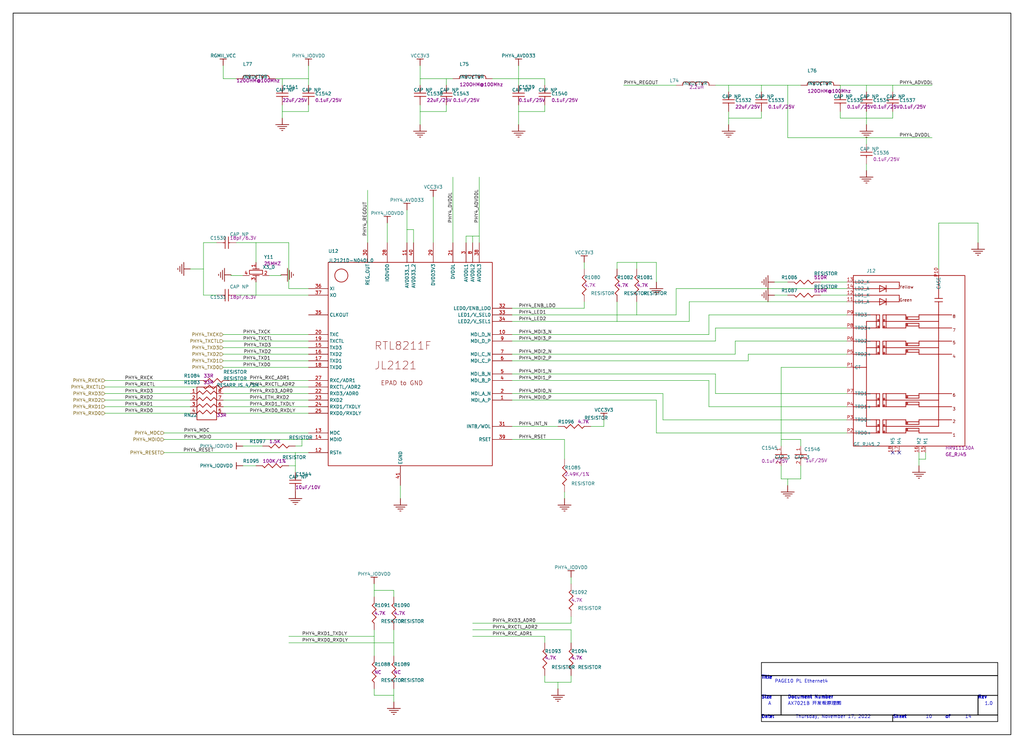
<source format=kicad_sch>
(kicad_sch (version 20231120) (generator "eeschema") (generator_version "8.0")
  (paper "User" 396.24 289.56)
  (title_block (title "PAGE10 PL Ethernet4"))
  (no_connect (at 345.44 175.26))
  (no_connect (at 347.98 175.26))
  (wire (pts (xy 152.4 228.6) (xy 144.78 228.6)))
  (wire (pts (xy 289.56 137.16) (xy 289.56 139.7)))
  (wire (pts (xy 152.4 231.14) (xy 152.4 228.6)))
  (wire (pts (xy 254 101.6) (xy 254 109.22)))
  (wire (pts (xy 238.76 124.46) (xy 238.76 116.84)))
  (wire (pts (xy 180.34 93.98) (xy 180.34 91.44)))
  (wire (pts (xy 78.74 93.98) (xy 78.74 104.14)))
  (wire (pts (xy 91.44 30.48) (xy 86.36 30.48)))
  (wire (pts (xy 309.88 33.02) (xy 304.8 33.02)))
  (wire (pts (xy 160.02 93.98) (xy 160.02 88.9)))
  (wire (pts (xy 86.36 137.16) (xy 119.38 137.16)))
  (wire (pts (xy 152.4 248.92) (xy 152.4 243.84)))
  (wire (pts (xy 93.98 106.68) (xy 89.408 106.68)))
  (wire (pts (xy 294.64 43.18) (xy 294.64 45.72)))
  (wire (pts (xy 220.98 238.76) (xy 220.98 241.3)))
  (wire (pts (xy 218.44 177.8) (xy 218.44 170.18)))
  (wire (pts (xy 335.28 53.34) (xy 360.68 53.34)))
  (wire (pts (xy 40.64 154.94) (xy 73.66 154.94)))
  (wire (pts (xy 254 167.64) (xy 254 154.94)))
  (wire (pts (xy 274.32 121.92) (xy 274.32 129.54)))
  (wire (pts (xy 40.64 147.32) (xy 76.2 147.32)))
  (wire (pts (xy 152.4 254) (xy 152.4 248.92)))
  (wire (pts (xy 276.86 127) (xy 276.86 132.08)))
  (wire (pts (xy 109.22 43.18) (xy 109.22 40.64)))
  (wire (pts (xy 88.9 147.32) (xy 119.38 147.32)))
  (wire (pts (xy 63.5 175.26) (xy 114.3 175.26)))
  (wire (pts (xy 99.06 93.98) (xy 99.06 101.6)))
  (wire (pts (xy 116.84 170.18) (xy 119.38 170.18)))
  (wire (pts (xy 99.06 114.3) (xy 91.44 114.3)))
  (wire (pts (xy 220.98 226.06) (xy 220.98 223.52)))
  (wire (pts (xy 198.12 152.4) (xy 256.54 152.4)))
  (wire (pts (xy 119.38 43.18) (xy 109.22 43.18)))
  (wire (pts (xy 327.66 116.84) (xy 266.7 116.84)))
  (wire (pts (xy 233.68 165.1) (xy 233.68 162.56)))
  (wire (pts (xy 304.8 114.3) (xy 299.72 114.3)))
  (wire (pts (xy 162.56 30.48) (xy 172.72 30.48)))
  (wire (pts (xy 86.36 142.24) (xy 119.38 142.24)))
  (wire (pts (xy 198.12 154.94) (xy 254 154.94)))
  (wire (pts (xy 172.72 40.64) (xy 172.72 43.18)))
  (wire (pts (xy 327.66 132.08) (xy 284.48 132.08)))
  (wire (pts (xy 40.64 160.02) (xy 73.66 160.02)))
  (wire (pts (xy 302.26 185.42) (xy 302.26 180.34)))
  (wire (pts (xy 119.38 114.3) (xy 99.06 114.3)))
  (wire (pts (xy 119.38 40.64) (xy 119.38 43.18)))
  (wire (pts (xy 86.36 134.62) (xy 119.38 134.62)))
  (wire (pts (xy 40.64 157.48) (xy 73.66 157.48)))
  (wire (pts (xy 215.9 266.7) (xy 215.9 264.16)))
  (wire (pts (xy 294.64 35.56) (xy 294.64 33.02)))
  (wire (pts (xy 302.26 170.18) (xy 302.26 142.24)))
  (wire (pts (xy 144.78 269.24) (xy 152.4 269.24)))
  (wire (pts (xy 220.98 264.16) (xy 215.9 264.16)))
  (wire (pts (xy 274.32 157.48) (xy 274.32 147.32)))
  (wire (pts (xy 180.34 91.44) (xy 182.88 91.44)))
  (wire (pts (xy 86.36 157.48) (xy 119.38 157.48)))
  (wire (pts (xy 327.66 121.92) (xy 274.32 121.92)))
  (wire (pts (xy 111.76 248.92) (xy 152.4 248.92)))
  (wire (pts (xy 327.66 137.16) (xy 289.56 137.16)))
  (wire (pts (xy 302.26 142.24) (xy 327.66 142.24)))
  (wire (pts (xy 200.66 33.02) (xy 200.66 30.48)))
  (wire (pts (xy 345.44 33.02) (xy 360.68 33.02)))
  (wire (pts (xy 261.62 121.92) (xy 246.38 121.92)))
  (wire (pts (xy 228.6 165.1) (xy 233.68 165.1)))
  (wire (pts (xy 335.28 48.26) (xy 335.28 45.72)))
  (wire (pts (xy 162.56 30.48) (xy 162.56 25.4)))
  (wire (pts (xy 40.64 152.4) (xy 73.66 152.4)))
  (wire (pts (xy 363.22 104.14) (xy 363.22 86.36)))
  (wire (pts (xy 109.22 30.48) (xy 106.68 30.48)))
  (wire (pts (xy 144.78 266.7) (xy 144.78 269.24)))
  (wire (pts (xy 220.98 261.62) (xy 220.98 264.16)))
  (wire (pts (xy 200.66 43.18) (xy 210.82 43.18)))
  (wire (pts (xy 144.78 246.38) (xy 144.78 243.84)))
  (wire (pts (xy 162.56 43.18) (xy 162.56 40.64)))
  (wire (pts (xy 182.88 243.84) (xy 220.98 243.84)))
  (wire (pts (xy 266.7 124.46) (xy 238.76 124.46)))
  (wire (pts (xy 335.28 55.88) (xy 335.28 53.34)))
  (wire (pts (xy 111.76 111.76) (xy 111.76 93.98)))
  (wire (pts (xy 325.12 33.02) (xy 325.12 35.56)))
  (wire (pts (xy 83.82 93.98) (xy 78.74 93.98)))
  (wire (pts (xy 109.22 30.48) (xy 119.38 30.48)))
  (wire (pts (xy 363.22 86.36) (xy 378.46 86.36)))
  (wire (pts (xy 378.46 86.36) (xy 378.46 93.98)))
  (wire (pts (xy 63.5 170.18) (xy 116.84 170.18)))
  (wire (pts (xy 86.36 30.48) (xy 86.36 25.4)))
  (wire (pts (xy 154.94 193.04) (xy 154.94 187.96)))
  (wire (pts (xy 281.94 48.26) (xy 281.94 45.72)))
  (wire (pts (xy 111.76 180.34) (xy 114.3 180.34)))
  (wire (pts (xy 220.98 248.92) (xy 220.98 243.84)))
  (wire (pts (xy 86.36 129.54) (xy 119.38 129.54)))
  (wire (pts (xy 198.12 165.1) (xy 215.9 165.1)))
  (wire (pts (xy 210.82 248.92) (xy 210.82 246.38)))
  (wire (pts (xy 325.12 43.18) (xy 325.12 45.72)))
  (wire (pts (xy 144.78 254) (xy 144.78 246.38)))
  (wire (pts (xy 172.72 30.48) (xy 172.72 33.02)))
  (wire (pts (xy 335.28 33.02) (xy 325.12 33.02)))
  (wire (pts (xy 261.62 111.76) (xy 261.62 121.92)))
  (wire (pts (xy 109.22 33.02) (xy 109.22 30.48)))
  (wire (pts (xy 111.76 246.38) (xy 144.78 246.38)))
  (wire (pts (xy 304.8 187.96) (xy 304.8 185.42)))
  (wire (pts (xy 157.48 88.9) (xy 157.48 81.28)))
  (wire (pts (xy 119.38 30.48) (xy 119.38 25.4)))
  (wire (pts (xy 198.12 132.08) (xy 276.86 132.08)))
  (wire (pts (xy 246.38 104.14) (xy 246.38 101.6)))
  (wire (pts (xy 327.66 157.48) (xy 274.32 157.48)))
  (wire (pts (xy 198.12 137.16) (xy 284.48 137.16)))
  (wire (pts (xy 218.44 193.04) (xy 218.44 190.5)))
  (wire (pts (xy 304.8 185.42) (xy 302.26 185.42)))
  (wire (pts (xy 335.28 45.72) (xy 345.44 45.72)))
  (wire (pts (xy 108.712 106.68) (xy 108.712 106.426)))
  (wire (pts (xy 185.42 91.44) (xy 185.42 93.98)))
  (wire (pts (xy 114.3 180.34) (xy 114.3 175.26)))
  (wire (pts (xy 327.66 152.4) (xy 276.86 152.4)))
  (wire (pts (xy 325.12 45.72) (xy 335.28 45.72)))
  (wire (pts (xy 149.86 93.98) (xy 149.86 86.36)))
  (wire (pts (xy 261.62 33.02) (xy 241.3 33.02)))
  (wire (pts (xy 175.26 68.58) (xy 175.26 93.98)))
  (wire (pts (xy 99.06 180.34) (xy 93.98 180.34)))
  (wire (pts (xy 309.88 180.34) (xy 309.88 185.42)))
  (wire (pts (xy 309.88 170.18) (xy 302.26 170.18)))
  (wire (pts (xy 160.02 88.9) (xy 157.48 88.9)))
  (wire (pts (xy 246.38 121.92) (xy 246.38 116.84)))
  (wire (pts (xy 78.74 104.14) (xy 73.66 104.14)))
  (wire (pts (xy 226.06 116.84) (xy 226.06 119.38)))
  (wire (pts (xy 200.66 48.26) (xy 200.66 43.18)))
  (wire (pts (xy 345.44 35.56) (xy 345.44 33.02)))
  (wire (pts (xy 86.36 160.02) (xy 119.38 160.02)))
  (wire (pts (xy 88.9 149.86) (xy 119.38 149.86)))
  (wire (pts (xy 335.28 53.34) (xy 304.8 53.34)))
  (wire (pts (xy 78.74 114.3) (xy 78.74 104.14)))
  (wire (pts (xy 210.82 33.02) (xy 210.82 30.48)))
  (wire (pts (xy 182.88 241.3) (xy 220.98 241.3)))
  (wire (pts (xy 198.12 119.38) (xy 226.06 119.38)))
  (wire (pts (xy 309.88 185.42) (xy 304.8 185.42)))
  (wire (pts (xy 86.36 132.08) (xy 119.38 132.08)))
  (wire (pts (xy 210.82 43.18) (xy 210.82 40.64)))
  (wire (pts (xy 119.38 111.76) (xy 111.76 111.76)))
  (wire (pts (xy 200.66 43.18) (xy 200.66 40.64)))
  (wire (pts (xy 157.48 93.98) (xy 157.48 88.9)))
  (wire (pts (xy 99.06 93.98) (xy 91.44 93.98)))
  (wire (pts (xy 152.4 271.78) (xy 152.4 269.24)))
  (wire (pts (xy 198.12 139.7) (xy 289.56 139.7)))
  (wire (pts (xy 101.6 172.72) (xy 93.98 172.72)))
  (wire (pts (xy 182.88 246.38) (xy 210.82 246.38)))
  (wire (pts (xy 302.26 172.72) (xy 302.26 170.18)))
  (wire (pts (xy 162.56 48.26) (xy 162.56 43.18)))
  (wire (pts (xy 238.76 104.14) (xy 238.76 101.6)))
  (wire (pts (xy 119.38 175.26) (xy 114.3 175.26)))
  (wire (pts (xy 162.56 33.02) (xy 162.56 30.48)))
  (wire (pts (xy 182.88 91.44) (xy 185.42 91.44)))
  (wire (pts (xy 210.82 264.16) (xy 210.82 261.62)))
  (wire (pts (xy 167.64 93.98) (xy 167.64 76.2)))
  (wire (pts (xy 294.64 33.02) (xy 281.94 33.02)))
  (wire (pts (xy 335.28 45.72) (xy 335.28 43.18)))
  (wire (pts (xy 327.66 162.56) (xy 256.54 162.56)))
  (wire (pts (xy 114.3 182.88) (xy 114.3 180.34)))
  (wire (pts (xy 198.12 129.54) (xy 274.32 129.54)))
  (wire (pts (xy 86.36 154.94) (xy 119.38 154.94)))
  (wire (pts (xy 198.12 147.32) (xy 274.32 147.32)))
  (wire (pts (xy 83.82 114.3) (xy 78.74 114.3)))
  (wire (pts (xy 198.12 124.46) (xy 238.76 124.46)))
  (wire (pts (xy 327.66 167.64) (xy 254 167.64)))
  (wire (pts (xy 345.44 45.72) (xy 345.44 43.18)))
  (wire (pts (xy 144.78 228.6) (xy 144.78 226.06)))
  (wire (pts (xy 281.94 35.56) (xy 281.94 33.02)))
  (wire (pts (xy 63.5 167.64) (xy 119.38 167.64)))
  (wire (pts (xy 294.64 45.72) (xy 281.94 45.72)))
  (wire (pts (xy 109.22 45.72) (xy 109.22 43.18)))
  (wire (pts (xy 200.66 30.48) (xy 190.5 30.48)))
  (wire (pts (xy 327.66 109.22) (xy 317.5 109.22)))
  (wire (pts (xy 175.26 30.48) (xy 172.72 30.48)))
  (wire (pts (xy 345.44 33.02) (xy 335.28 33.02)))
  (wire (pts (xy 246.38 101.6) (xy 254 101.6)))
  (wire (pts (xy 86.36 139.7) (xy 119.38 139.7)))
  (wire (pts (xy 99.06 114.3) (xy 99.06 109.22)))
  (wire (pts (xy 198.12 121.92) (xy 246.38 121.92)))
  (wire (pts (xy 309.88 172.72) (xy 309.88 170.18)))
  (wire (pts (xy 335.28 66.04) (xy 335.28 63.5)))
  (wire (pts (xy 144.78 231.14) (xy 144.78 228.6)))
  (wire (pts (xy 198.12 170.18) (xy 218.44 170.18)))
  (wire (pts (xy 185.42 68.58) (xy 185.42 91.44)))
  (wire (pts (xy 358.14 177.8) (xy 358.14 175.26)))
  (wire (pts (xy 111.76 93.98) (xy 99.06 93.98)))
  (wire (pts (xy 266.7 116.84) (xy 266.7 124.46)))
  (wire (pts (xy 215.9 264.16) (xy 210.82 264.16)))
  (wire (pts (xy 284.48 132.08) (xy 284.48 137.16)))
  (wire (pts (xy 304.8 33.02) (xy 294.64 33.02)))
  (wire (pts (xy 198.12 144.78) (xy 276.86 144.78)))
  (wire (pts (xy 116.84 172.72) (xy 116.84 170.18)))
  (wire (pts (xy 327.66 114.3) (xy 317.5 114.3)))
  (wire (pts (xy 304.8 53.34) (xy 304.8 33.02)))
  (wire (pts (xy 304.8 109.22) (xy 299.72 109.22)))
  (wire (pts (xy 119.38 30.48) (xy 119.38 33.02)))
  (wire (pts (xy 200.66 30.48) (xy 200.66 25.4)))
  (wire (pts (xy 355.6 177.8) (xy 355.6 175.26)))
  (wire (pts (xy 104.14 106.68) (xy 108.712 106.68)))
  (wire (pts (xy 142.24 73.66) (xy 142.24 93.98)))
  (wire (pts (xy 327.66 127) (xy 276.86 127)))
  (wire (pts (xy 40.64 149.86) (xy 76.2 149.86)))
  (wire (pts (xy 226.06 104.14) (xy 226.06 101.6)))
  (wire (pts (xy 89.408 106.68) (xy 89.408 106.426)))
  (wire (pts (xy 327.66 111.76) (xy 261.62 111.76)))
  (wire (pts (xy 152.4 269.24) (xy 152.4 266.7)))
  (wire (pts (xy 182.88 93.98) (xy 182.88 91.44)))
  (wire (pts (xy 238.76 101.6) (xy 246.38 101.6)))
  (wire (pts (xy 335.28 33.02) (xy 335.28 35.56)))
  (wire (pts (xy 276.86 152.4) (xy 276.86 144.78)))
  (wire (pts (xy 256.54 162.56) (xy 256.54 152.4)))
  (wire (pts (xy 281.94 45.72) (xy 281.94 43.18)))
  (wire (pts (xy 210.82 30.48) (xy 200.66 30.48)))
  (wire (pts (xy 86.36 152.4) (xy 119.38 152.4)))
  (wire (pts (xy 172.72 43.18) (xy 162.56 43.18)))
  (wire (pts (xy 355.6 180.34) (xy 355.6 177.8)))
  (wire (pts (xy 281.94 33.02) (xy 276.86 33.02)))
  (wire (pts (xy 114.3 172.72) (xy 116.84 172.72)))
  (wire (pts (xy 355.6 177.8) (xy 358.14 177.8)))
  (rectangle (start 386.08 276.86) (end 345.44 279.4) (stroke (width 0.254) (color 0 0 0 1)))
  (rectangle (start 391.16 5.08) (end 5.08 284.48) (stroke (width 0.254) (color 0 0 0 1)))
  (rectangle (start 386.08 256.54) (end 294.64 261.62) (stroke (width 0.254) (color 0 0 0 1)))
  (rectangle (start 386.08 269.24) (end 378.46 276.86) (stroke (width 0.254) (color 0 0 0 1)))
  (rectangle (start 302.26 269.24) (end 294.64 276.86) (stroke (width 0.254) (color 0 0 0 1)))
  (rectangle (start 386.08 261.62) (end 294.64 269.24) (stroke (width 0.254) (color 0 0 0 1)))
  (rectangle (start 345.44 276.86) (end 294.64 279.4) (stroke (width 0.254) (color 0 0 0 1)))
  (rectangle (start 378.46 269.24) (end 302.26 276.86) (stroke (width 0.254) (color 0 0 0 1)))
  (text "Document Number" (at 304.8 269.24 0) (effects (font (size 1.27 1.27)) (justify left top)))
  (text "Title" (at 294.64 261.62 0) (effects (font (size 1.27 1.27)) (justify left top)))
  (text "Size" (at 294.64 269.24 0) (effects (font (size 1.27 1.27)) (justify left top)))
  (text "Date:" (at 294.64 276.86 0) (effects (font (size 1.27 1.27)) (justify left top)))
  (text "of" (at 365.76 276.86 0) (effects (font (size 1.27 1.27)) (justify left top)))
  (text "Sheet" (at 345.44 276.86 0) (effects (font (size 1.27 1.27)) (justify left top)))
  (text "Title" (at 294.64 261.62 0) (effects (font (size 1.27 1.27)) (justify left top)))
  (text "Size" (at 294.64 269.24 0) (effects (font (size 1.27 1.27)) (justify left top)))
  (text "of" (at 365.76 276.86 0) (effects (font (size 1.27 1.27)) (justify left top)))
  (text "of" (at 365.76 276.86 0) (effects (font (size 1.27 1.27)) (justify left top)))
  (text "Size" (at 294.64 269.24 0) (effects (font (size 1.27 1.27)) (justify left top)))
  (text "of" (at 365.76 276.86 0) (effects (font (size 1.27 1.27)) (justify left top)))
  (text "Rev" (at 378.46 269.24 0) (effects (font (size 1.27 1.27)) (justify left top)))
  (text "of" (at 365.76 276.86 0) (effects (font (size 1.27 1.27)) (justify left top)))
  (text "of" (at 365.76 276.86 0) (effects (font (size 1.27 1.27)) (justify left top)))
  (text "Date:" (at 294.64 276.86 0) (effects (font (size 1.27 1.27)) (justify left top)))
  (text "Sheet" (at 345.44 276.86 0) (effects (font (size 1.27 1.27)) (justify left top)))
  (text "Rev" (at 378.46 269.24 0) (effects (font (size 1.27 1.27)) (justify left top)))
  (text "Rev" (at 378.46 269.24 0) (effects (font (size 1.27 1.27)) (justify left top)))
  (text "Title" (at 294.64 261.62 0) (effects (font (size 1.27 1.27)) (justify left top)))
  (text "Rev" (at 378.46 269.24 0) (effects (font (size 1.27 1.27)) (justify left top)))
  (text "Document Number" (at 304.8 269.24 0) (effects (font (size 1.27 1.27)) (justify left top)))
  (text "of" (at 365.76 276.86 0) (effects (font (size 1.27 1.27)) (justify left top)))
  (text "Document Number" (at 304.8 269.24 0) (effects (font (size 1.27 1.27)) (justify left top)))
  (text "Sheet" (at 345.44 276.86 0) (effects (font (size 1.27 1.27)) (justify left top)))
  (text "10" (at 358.14 276.86 0) (effects (font (size 1.27 1.27)) (justify left top)))
  (text "Size" (at 294.64 269.24 0) (effects (font (size 1.27 1.27)) (justify left top)))
  (text "Date:" (at 294.64 276.86 0) (effects (font (size 1.27 1.27)) (justify left top)))
  (text "Title" (at 294.64 261.62 0) (effects (font (size 1.27 1.27)) (justify left top)))
  (text "Rev" (at 378.46 269.24 0) (effects (font (size 1.27 1.27)) (justify left top)))
  (text "Sheet" (at 345.44 276.86 0) (effects (font (size 1.27 1.27)) (justify left top)))
  (text "Sheet" (at 345.44 276.86 0) (effects (font (size 1.27 1.27)) (justify left top)))
  (text "Date:" (at 294.64 276.86 0) (effects (font (size 1.27 1.27)) (justify left top)))
  (text "Size" (at 294.64 269.24 0) (effects (font (size 1.27 1.27)) (justify left top)))
  (text "Size" (at 294.64 269.24 0) (effects (font (size 1.27 1.27)) (justify left top)))
  (text "Date:" (at 294.64 276.86 0) (effects (font (size 1.27 1.27)) (justify left top)))
  (text "Sheet" (at 345.44 276.86 0) (effects (font (size 1.27 1.27)) (justify left top)))
  (text "Title" (at 294.64 261.62 0) (effects (font (size 1.27 1.27)) (justify left top)))
  (text "Document Number" (at 304.8 269.24 0) (effects (font (size 1.27 1.27)) (justify left top)))
  (text "Sheet" (at 345.44 276.86 0) (effects (font (size 1.27 1.27)) (justify left top)))
  (text "Size" (at 294.64 269.24 0) (effects (font (size 1.27 1.27)) (justify left top)))
  (text "Title" (at 294.64 261.62 0) (effects (font (size 1.27 1.27)) (justify left top)))
  (text "Document Number" (at 304.8 269.24 0) (effects (font (size 1.27 1.27)) (justify left top)))
  (text "Sheet" (at 345.44 276.86 0) (effects (font (size 1.27 1.27)) (justify left top)))
  (text "of" (at 365.76 276.86 0) (effects (font (size 1.27 1.27)) (justify left top)))
  (text "of" (at 365.76 276.86 0) (effects (font (size 1.27 1.27)) (justify left top)))
  (text "Document Number" (at 304.8 269.24 0) (effects (font (size 1.27 1.27)) (justify left top)))
  (text "Document Number" (at 304.8 269.24 0) (effects (font (size 1.27 1.27)) (justify left top)))
  (text "Size" (at 294.64 269.24 0) (effects (font (size 1.27 1.27)) (justify left top)))
  (text "Title" (at 294.64 261.62 0) (effects (font (size 1.27 1.27)) (justify left top)))
  (text "Document Number" (at 304.8 269.24 0) (effects (font (size 1.27 1.27)) (justify left top)))
  (text "Rev" (at 378.46 269.24 0) (effects (font (size 1.27 1.27)) (justify left top)))
  (text "of" (at 365.76 276.86 0) (effects (font (size 1.27 1.27)) (justify left top)))
  (text "Date:" (at 294.64 276.86 0) (effects (font (size 1.27 1.27)) (justify left top)))
  (text "Date:" (at 294.64 276.86 0) (effects (font (size 1.27 1.27)) (justify left top)))
  (text "14" (at 373.38 276.86 0) (effects (font (size 1.27 1.27)) (justify left top)))
  (text "Date:" (at 294.64 276.86 0) (effects (font (size 1.27 1.27)) (justify left top)))
  (text "Date:" (at 294.64 276.86 0) (effects (font (size 1.27 1.27)) (justify left top)))
  (text "PAGE10 PL Ethernet4" (at 299.72 263.144 0) (effects (font (size 1.27 1.27)) (justify left top)))
  (text "Rev" (at 378.46 269.24 0) (effects (font (size 1.27 1.27)) (justify left top)))
  (text "1.0" (at 381 271.78 0) (effects (font (size 1.27 1.27)) (justify left top)))
  (text "Rev" (at 378.46 269.24 0) (effects (font (size 1.27 1.27)) (justify left top)))
  (text "Document Number" (at 304.8 269.24 0) (effects (font (size 1.27 1.27)) (justify left top)))
  (text "A" (at 297.18 271.78 0) (effects (font (size 1.27 1.27)) (justify left top)))
  (text "AX7021B 开发板原理图" (at 304.8 271.78 0) (effects (font (size 1.27 1.27)) (justify left top)))
  (text "Size" (at 294.64 269.24 0) (effects (font (size 1.27 1.27)) (justify left top)))
  (text "Title" (at 294.64 261.62 0) (effects (font (size 1.27 1.27)) (justify left top)))
  (text "Thursday, November 17, 2022" (at 307.848 276.86 0) (effects (font (size 1.27 1.27)) (justify left top)))
  (text "Title" (at 294.64 261.62 0) (effects (font (size 1.27 1.27)) (justify left top)))
  (text "Document Number" (at 304.8 269.24 0) (effects (font (size 1.27 1.27)) (justify left top)))
  (text "Rev" (at 378.46 269.24 0) (effects (font (size 1.27 1.27)) (justify left top)))
  (text "Rev" (at 378.46 269.24 0) (effects (font (size 1.27 1.27)) (justify left top)))
  (text "Title" (at 294.64 261.62 0) (effects (font (size 1.27 1.27)) (justify left top)))
  (text "Date:" (at 294.64 276.86 0) (effects (font (size 1.27 1.27)) (justify left top)))
  (text "Sheet" (at 345.44 276.86 0) (effects (font (size 1.27 1.27)) (justify left top)))
  (text "Size" (at 294.64 269.24 0) (effects (font (size 1.27 1.27)) (justify left top)))
  (text "Sheet" (at 345.44 276.86 0) (effects (font (size 1.27 1.27)) (justify left top)))
  (label "PHY4_RXD0_RXDLY" (at 116.84 248.92 0))
  (label "PHY4_RXCTL" (at 48.26 149.86 0))
  (label "PHY4_RXD0_RXDLY" (at 96.52 160.02 0))
  (label "PHY4_ENB_LDO" (at 200.66 119.38 0))
  (label "PHY4_ADVDDL" (at 347.98 33.02 0))
  (label "PHY4_MDI3_P" (at 200.66 132.08 0))
  (label "PHY4_MDIO" (at 71.12 170.18 0))
  (label "PHY4_REGOUT" (at 142.24 91.44 90))
  (label "PHY4_RXD3_ADR0" (at 190.5 241.3 0))
  (label "PHY4_TXD2" (at 94.234 137.16 0))
  (label "PHY4_RXD3_ADR0" (at 96.52 152.4 0))
  (label "PHY4_RSET" (at 200.66 170.18 0))
  (label "PHY4_RXCTL_ADR2" (at 96.52 149.86 0))
  (label "PHY4_MDI1_N" (at 200.66 144.78 0))
  (label "PHY4_ETH_RXD2" (at 96.52 154.94 0))
  (label "PHY4_DVDDL" (at 347.98 53.34 0))
  (label "PHY4_RESET" (at 70.866 175.26 0))
  (label "PHY4_MDI2_N" (at 200.66 137.16 0))
  (label "PHY4_RXD1_TXDLY" (at 116.84 246.38 0))
  (label "PHY4_INT_N" (at 200.66 165.1 0))
  (label "PHY4_TXD1" (at 93.98 139.7 0))
  (label "PHY4_RXCK" (at 48.26 147.32 0))
  (label "PHY4_MDI3_N" (at 200.66 129.54 0))
  (label "PHY4_DVDDL" (at 175.26 86.36 90))
  (label "PHY4_LED2" (at 200.66 124.46 0))
  (label "PHY4_TXCTL" (at 93.98 132.08 0))
  (label "PHY4_REGOUT" (at 241.3 33.02 0))
  (label "PHY4_MDC" (at 71.12 167.64 0))
  (label "PHY4_TXD3" (at 94.234 134.62 0))
  (label "PHY4_RXCTL_ADR2" (at 190.5 243.84 0))
  (label "PHY4_RXD1_TXDLY" (at 96.52 157.48 0))
  (label "PHY4_RXC_ADR1" (at 190.5 246.38 0))
  (label "PHY4_RXD3" (at 48.26 152.4 0))
  (label "PHY4_RXC_ADR1" (at 96.52 147.32 0))
  (label "PHY4_TXCK" (at 93.98 129.54 0))
  (label "PHY4_MDI0_P" (at 200.66 154.94 0))
  (label "PHY4_RXD1" (at 48.26 157.48 0))
  (label "PHY4_RXD0" (at 48.26 160.02 0))
  (label "PHY4_TXD0" (at 93.98 142.24 0))
  (label "PHY4_MDI0_N" (at 200.66 152.4 0))
  (label "PHY4_RXD2" (at 48.26 154.94 0))
  (label "PHY4_LED1" (at 200.66 121.92 0))
  (label "PHY4_MDI1_P" (at 200.66 147.32 0))
  (label "PHY4_ADVDDL" (at 185.42 86.36 90))
  (label "PHY4_MDI2_P" (at 200.66 139.7 0))
  (hierarchical_label "PHY4_RESET" (shape input) (at 63.5 175.26 180))
  (hierarchical_label "PHY4_RXD0" (shape input) (at 40.64 160.02 180))
  (hierarchical_label "PHY4_MDC" (shape input) (at 63.5 167.64 180))
  (hierarchical_label "PHY4_MDIO" (shape input) (at 63.5 170.18 180))
  (hierarchical_label "PHY4_TXD0" (shape input) (at 86.36 142.24 180))
  (hierarchical_label "PHY4_RXD3" (shape input) (at 40.64 152.4 180))
  (hierarchical_label "PHY4_TXD3" (shape input) (at 86.36 134.62 180))
  (hierarchical_label "PHY4_RXCTL" (shape input) (at 40.64 149.86 180))
  (hierarchical_label "PHY4_TXCK" (shape input) (at 86.36 129.54 180))
  (hierarchical_label "PHY4_TXD2" (shape input) (at 86.36 137.16 180))
  (hierarchical_label "PHY4_RXD2" (shape input) (at 40.64 154.94 180))
  (hierarchical_label "PHY4_RXD1" (shape input) (at 40.64 157.48 180))
  (hierarchical_label "PHY4_RXCK" (shape input) (at 40.64 147.32 180))
  (hierarchical_label "PHY4_TXD1" (shape input) (at 86.36 139.7 180))
  (hierarchical_label "PHY4_TXCTL" (shape input) (at 86.36 132.08 180))
  (symbol (lib_id "getting sheets-altium-import:root_0_CAP NP") (at 116.84 35.56 0) (unit 1)
    (property "Reference" "C1542" (at 121.92 35.56 0) (effects (justify left top)))
    (property "Value" "CAP NP" (at 116.84 35.56 0) (effects (justify left bottom)))
    (property "SYMBOL" "CAP NP" (effects (hide yes)))
    (property "DEVICE" "CAP NP" (effects (hide yes)))
    (property "PCB FOOTPRINT" "C0402" (effects (hide yes)))
    (property "SOURCE PACKAGE" "CAP NP" (effects (hide yes)))
    (property "PRIMITIVE" "DEFAULT" (effects (hide yes)))
    (property "VA" "电容" (effects (hide yes)))
    (property "ALTIUM_VALUE" "0.1uF/25V" (at 121.92 38.1 0) (effects (justify left top)))
    (property "IMPLEMENTATION TYPE" "<none>" (effects (hide yes)))
    (property "POWER PINS VISIBLE" "False" (effects (hide yes)))
    (property "ADD INTO BOM" "yes" (effects (hide yes)))
    (property "CONVERT TO PCB" "yes" (effects (hide yes)))
    (property "ORIGIN FOOTPRINT" "C0402" (effects (hide yes)))
  )
  (symbol (lib_id "getting sheets-altium-import:GND_POWER_GROUND") (at 299.72 109.22 270) (unit 1)
    (property "Reference" "#PWR?" (effects (hide yes)))
    (property "Value" "GND" (effects (hide yes)))
  )
  (symbol (lib_id "getting sheets-altium-import:root_0_CAP NP") (at 160.02 35.56 0) (unit 1)
    (property "Reference" "C1538" (at 165.1 35.56 0) (effects (justify left top)))
    (property "Value" "CAP NP" (at 160.02 35.56 0) (effects (justify left bottom)))
    (property "SYMBOL" "CAP NP" (effects (hide yes)))
    (property "DEVICE" "CAP NP" (effects (hide yes)))
    (property "PCB FOOTPRINT" "C0805" (effects (hide yes)))
    (property "SOURCE PACKAGE" "CAP NP" (effects (hide yes)))
    (property "PRIMITIVE" "DEFAULT" (effects (hide yes)))
    (property "VA" "电容" (effects (hide yes)))
    (property "ALTIUM_VALUE" "22uF/25V" (at 165.1 38.1 0) (effects (justify left top)))
    (property "IMPLEMENTATION TYPE" "<none>" (effects (hide yes)))
    (property "POWER PINS VISIBLE" "False" (effects (hide yes)))
    (property "ADD INTO BOM" "yes" (effects (hide yes)))
    (property "CONVERT TO PCB" "yes" (effects (hide yes)))
    (property "ORIGIN FOOTPRINT" "C0805" (effects (hide yes)))
  )
  (symbol (lib_id "getting sheets-altium-import:root_0_CAP NP") (at 198.12 35.56 0) (unit 1)
    (property "Reference" "C1539" (at 200.66 33.02 0) (effects (justify left top)))
    (property "Value" "CAP NP" (at 198.12 35.56 0) (effects (justify left bottom)))
    (property "SYMBOL" "CAP NP" (effects (hide yes)))
    (property "DEVICE" "CAP NP" (effects (hide yes)))
    (property "PCB FOOTPRINT" "C0402" (effects (hide yes)))
    (property "SOURCE PACKAGE" "CAP NP" (effects (hide yes)))
    (property "PRIMITIVE" "DEFAULT" (effects (hide yes)))
    (property "VA" "电容" (effects (hide yes)))
    (property "ALTIUM_VALUE" "0.1uF/25V" (at 200.66 38.1 0) (effects (justify left top)))
    (property "IMPLEMENTATION TYPE" "<none>" (effects (hide yes)))
    (property "POWER PINS VISIBLE" "False" (effects (hide yes)))
    (property "ADD INTO BOM" "yes" (effects (hide yes)))
    (property "CONVERT TO PCB" "yes" (effects (hide yes)))
    (property "ORIGIN FOOTPRINT" "C0402" (effects (hide yes)))
  )
  (symbol (lib_id "getting sheets-altium-import:GND_POWER_GROUND") (at 335.28 48.26 0) (unit 1)
    (property "Reference" "#PWR?" (effects (hide yes)))
    (property "Value" "GND" (effects (hide yes)))
  )
  (symbol (lib_id "getting sheets-altium-import:root_2_RESISTOR") (at 154.94 241.3 0) (unit 1)
    (property "Reference" "R1090" (at 152.4 233.68 0) (effects (justify left top)))
    (property "Value" "RESISTOR" (at 154.94 241.3 0) (effects (justify left bottom)))
    (property "SYMBOL" "RESISTOR" (effects (hide yes)))
    (property "DEVICE" "RESISTOR" (effects (hide yes)))
    (property "PCB FOOTPRINT" "R0402" (effects (hide yes)))
    (property "SOURCE PACKAGE" "RESISTOR" (effects (hide yes)))
    (property "PRIMITIVE" "DEFAULT" (effects (hide yes)))
    (property "VA" "电阻" (effects (hide yes)))
    (property "ALTIUM_VALUE" "4.7K" (at 152.4 236.728 0) (effects (justify left top)))
    (property "IMPLEMENTATION TYPE" "<none>" (effects (hide yes)))
    (property "POWER PINS VISIBLE" "False" (effects (hide yes)))
    (property "ADD INTO BOM" "yes" (effects (hide yes)))
    (property "CONVERT TO PCB" "yes" (effects (hide yes)))
    (property "ORIGIN FOOTPRINT" "R0402" (effects (hide yes)))
  )
  (symbol (lib_id "getting sheets-altium-import:GND_POWER_GROUND") (at 299.72 114.3 270) (unit 1)
    (property "Reference" "#PWR?" (effects (hide yes)))
    (property "Value" "GND" (effects (hide yes)))
  )
  (symbol (lib_id "getting sheets-altium-import:root_0_CAP NP") (at 279.4 38.1 0) (unit 1)
    (property "Reference" "C1532" (at 284.48 38.1 0) (effects (justify left top)))
    (property "Value" "CAP NP" (at 279.4 38.1 0) (effects (justify left bottom)))
    (property "SYMBOL" "CAP NP" (effects (hide yes)))
    (property "DEVICE" "CAP NP" (effects (hide yes)))
    (property "PCB FOOTPRINT" "C0805" (effects (hide yes)))
    (property "SOURCE PACKAGE" "CAP NP" (effects (hide yes)))
    (property "PRIMITIVE" "DEFAULT" (effects (hide yes)))
    (property "VA" "电容" (effects (hide yes)))
    (property "ALTIUM_VALUE" "22uF/25V" (at 284.48 40.64 0) (effects (justify left top)))
    (property "IMPLEMENTATION TYPE" "<none>" (effects (hide yes)))
    (property "POWER PINS VISIBLE" "False" (effects (hide yes)))
    (property "ADD INTO BOM" "yes" (effects (hide yes)))
    (property "CONVERT TO PCB" "yes" (effects (hide yes)))
    (property "ORIGIN FOOTPRINT" "C0805" (effects (hide yes)))
  )
  (symbol (lib_id "getting sheets-altium-import:PHY4_IODVDD_BAR") (at 144.78 226.06 180) (unit 1)
    (property "Reference" "#PWR?" (effects (hide yes)))
    (property "Value" "PHY4_IODVDD" (at 144.78 222.25 0))
  )
  (symbol (lib_id "getting sheets-altium-import:VCC3V3_BAR") (at 226.06 101.6 180) (unit 1)
    (property "Reference" "#PWR?" (effects (hide yes)))
    (property "Value" "VCC3V3" (at 226.06 97.79 0))
  )
  (symbol (lib_id "getting sheets-altium-import:GND_POWER_GROUND") (at 108.712 106.426 90) (unit 1)
    (property "Reference" "#PWR?" (effects (hide yes)))
    (property "Value" "GND" (effects (hide yes)))
  )
  (symbol (lib_id "getting sheets-altium-import:GND_POWER_GROUND") (at 335.28 66.04 0) (unit 1)
    (property "Reference" "#PWR?" (effects (hide yes)))
    (property "Value" "GND" (effects (hide yes)))
  )
  (symbol (lib_id "getting sheets-altium-import:root_3_RESISTOR") (at 314.96 111.76 0) (unit 1)
    (property "Reference" "R1087" (at 302.26 111.76 0) (effects (justify left top)))
    (property "Value" "RESISTOR" (at 314.96 111.76 0) (effects (justify left bottom)))
    (property "SYMBOL" "RESISTOR" (effects (hide yes)))
    (property "DEVICE" "RESISTOR" (effects (hide yes)))
    (property "PCB FOOTPRINT" "R0402" (effects (hide yes)))
    (property "SOURCE PACKAGE" "RESISTOR" (effects (hide yes)))
    (property "PRIMITIVE" "DEFAULT" (effects (hide yes)))
    (property "VA" "电阻" (effects (hide yes)))
    (property "ALTIUM_VALUE" "510R" (at 314.96 111.76 0) (effects (justify left top)))
    (property "IMPLEMENTATION TYPE" "<none>" (effects (hide yes)))
    (property "POWER PINS VISIBLE" "False" (effects (hide yes)))
    (property "ADD INTO BOM" "yes" (effects (hide yes)))
    (property "CONVERT TO PCB" "yes" (effects (hide yes)))
    (property "ORIGIN FOOTPRINT" "R0402" (effects (hide yes)))
  )
  (symbol (lib_id "getting sheets-altium-import:root_2_mirrored_GE_RJ45_2") (at 330.2 172.72 0) (unit 1)
    (property "Reference" "J12" (at 335.28 104.14 0) (effects (justify left top)))
    (property "Value" "GE_RJ45_2" (at 330.2 172.72 0) (effects (justify left bottom)))
    (property "SYMBOL" "GE_RJ45_2" (effects (hide yes)))
    (property "DEVICE" "GE_RJ45_2" (effects (hide yes)))
    (property "PCB FOOTPRINT" "GE_RJ45" (at 365.76 175.26 0) (effects (justify left top)))
    (property "SOURCE PACKAGE" "GE_RJ45_2" (effects (hide yes)))
    (property "PRIMITIVE" "DEFAULT" (effects (hide yes)))
    (property "VA" "网口插件" (effects (hide yes)))
    (property "ALTIUM_VALUE" "HR911130A" (at 365.76 172.72 0) (effects (justify left top)))
    (property "IMPLEMENTATION TYPE" "<none>" (effects (hide yes)))
    (property "POWER PINS VISIBLE" "False" (effects (hide yes)))
    (property "CODE" "NSCN000056" (effects (hide yes)))
    (property "ADD INTO BOM" "yes" (effects (hide yes)))
    (property "CONVERT TO PCB" "yes" (effects (hide yes)))
    (property "ORIGIN FOOTPRINT" "GE_RJ45" (at 365.76 175.26 0) (effects (justify left top)))
  )
  (symbol (lib_id "getting sheets-altium-import:root_1_CAP_3") (at 307.34 177.8 0) (unit 1)
    (property "Reference" "C1546" (at 311.15 173.228 0) (effects (justify left top)))
    (property "Value" "CAP_3" (at 307.34 177.8 0) (effects (justify left bottom)))
    (property "SYMBOL" "CAP_3" (effects (hide yes)))
    (property "DEVICE" "CAP_3" (effects (hide yes)))
    (property "PCB FOOTPRINT" "C0402" (effects (hide yes)))
    (property "SOURCE PACKAGE" "CAP_3" (effects (hide yes)))
    (property "PRIMITIVE" "DEFAULT" (effects (hide yes)))
    (property "VA" "电容" (effects (hide yes)))
    (property "PART NUMBER" "1A30-00W6600" (effects (hide yes)))
    (property "COMPTYPE" "刚玻/%182%q玻" (effects (hide yes)))
    (property "PACKAGE TYPE" "0603" (effects (hide yes)))
    (property "VALUE1" "10V" (effects (hide yes)))
    (property "VALUE2" "X5R" (effects (hide yes)))
    (property "PITCH" "N/A" (effects (hide yes)))
    (property "TOLERANCE" "+-10%" (effects (hide yes)))
    (property "MANUFACTURER'S PART NUMBER" "GRM188R61A105KA61D(RoHS)" (effects (hide yes)))
    (property "MANUFACTURER" "MURATA" (effects (hide yes)))
    (property "AP" "Y" (effects (hide yes)))
    (property "ITEM_PRIORITY" "B" (effects (hide yes)))
    (property "LIFE_CYCLE_FLAG" "4" (effects (hide yes)))
    (property "DFM" "X" (effects (hide yes)))
    (property "PPL_FLAG" "2" (effects (hide yes)))
    (property "PEGATRON_PART_NUMBER" "1A30-00W6600" (effects (hide yes)))
    (property "ORDER_SEQ" "6" (effects (hide yes)))
    (property "FULL_LEAD_TIME" "49" (effects (hide yes)))
    (property "ALTIUM_VALUE" "1uF/25V" (at 311.658 177.546 0) (effects (justify left top)))
    (property "IMPLEMENTATION TYPE" "<none>" (effects (hide yes)))
    (property "POWER PINS VISIBLE" "False" (effects (hide yes)))
    (property "ADD INTO BOM" "yes" (effects (hide yes)))
    (property "CONVERT TO PCB" "yes" (effects (hide yes)))
    (property "ORIGIN FOOTPRINT" "C0402" (effects (hide yes)))
  )
  (symbol (lib_id "getting sheets-altium-import:root_2_RESISTOR") (at 147.32 241.3 0) (unit 1)
    (property "Reference" "R1091" (at 144.78 233.68 0) (effects (justify left top)))
    (property "Value" "RESISTOR" (at 147.32 241.3 0) (effects (justify left bottom)))
    (property "SYMBOL" "RESISTOR" (effects (hide yes)))
    (property "DEVICE" "RESISTOR" (effects (hide yes)))
    (property "PCB FOOTPRINT" "R0402" (effects (hide yes)))
    (property "SOURCE PACKAGE" "RESISTOR" (effects (hide yes)))
    (property "PRIMITIVE" "DEFAULT" (effects (hide yes)))
    (property "VA" "电阻" (effects (hide yes)))
    (property "ALTIUM_VALUE" "4.7K" (at 144.78 236.728 0) (effects (justify left top)))
    (property "IMPLEMENTATION TYPE" "<none>" (effects (hide yes)))
    (property "POWER PINS VISIBLE" "False" (effects (hide yes)))
    (property "ADD INTO BOM" "yes" (effects (hide yes)))
    (property "CONVERT TO PCB" "yes" (effects (hide yes)))
    (property "ORIGIN FOOTPRINT" "R0402" (effects (hide yes)))
  )
  (symbol (lib_id "getting sheets-altium-import:GND_POWER_GROUND") (at 304.8 187.96 0) (unit 1)
    (property "Reference" "#PWR?" (effects (hide yes)))
    (property "Value" "GND" (effects (hide yes)))
  )
  (symbol (lib_id "getting sheets-altium-import:PHY4_IODVDD_BAR") (at 93.98 172.72 270) (unit 1)
    (property "Reference" "#PWR?" (effects (hide yes)))
    (property "Value" "PHY4_IODVDD" (at 90.17 172.72 90) (effects (justify right)))
  )
  (symbol (lib_id "getting sheets-altium-import:root_3_RESARR_IS_4/SM") (at 83.82 149.86 0) (unit 1)
    (property "Reference" "RN22" (at 71.12 160.02 0) (effects (justify left top)))
    (property "Value" "RESARR_IS_4/SM" (at 83.82 149.86 0) (effects (justify left bottom)))
    (property "SYMBOL" "RESARR_IS_4/SM" (effects (hide yes)))
    (property "DEVICE" "RESARR_IS_4/SM" (effects (hide yes)))
    (property "PCB FOOTPRINT" "RN-8P" (effects (hide yes)))
    (property "SOURCE PACKAGE" "RESARR_IS_4/SM" (effects (hide yes)))
    (property "PRIMITIVE" "DEFAULT" (effects (hide yes)))
    (property "VA" "排阻" (effects (hide yes)))
    (property "ALTIUM_VALUE" "33R" (at 83.82 160.02 0) (effects (justify left top)))
    (property "IMPLEMENTATION TYPE" "<none>" (effects (hide yes)))
    (property "POWER PINS VISIBLE" "False" (effects (hide yes)))
    (property "ADD INTO BOM" "yes" (effects (hide yes)))
    (property "CONVERT TO PCB" "yes" (effects (hide yes)))
    (property "ORIGIN FOOTPRINT" "RN-8P" (effects (hide yes)))
  )
  (symbol (lib_id "getting sheets-altium-import:GND_POWER_GROUND") (at 152.4 271.78 0) (unit 1)
    (property "Reference" "#PWR?" (effects (hide yes)))
    (property "Value" "GND" (effects (hide yes)))
  )
  (symbol (lib_id "getting sheets-altium-import:root_3_RESISTOR") (at 86.36 144.78 0) (unit 1)
    (property "Reference" "R1084" (at 71.12 144.78 0) (effects (justify left top)))
    (property "Value" "RESISTOR" (at 86.36 144.78 0) (effects (justify left bottom)))
    (property "SYMBOL" "RESISTOR" (effects (hide yes)))
    (property "DEVICE" "RESISTOR" (effects (hide yes)))
    (property "PCB FOOTPRINT" "R0402" (effects (hide yes)))
    (property "SOURCE PACKAGE" "RESISTOR" (effects (hide yes)))
    (property "PRIMITIVE" "DEFAULT" (effects (hide yes)))
    (property "VA" "电阻" (effects (hide yes)))
    (property "ALTIUM_VALUE" "33R" (at 78.74 144.78 0) (effects (justify left top)))
    (property "IMPLEMENTATION TYPE" "<none>" (effects (hide yes)))
    (property "POWER PINS VISIBLE" "False" (effects (hide yes)))
    (property "ADD INTO BOM" "yes" (effects (hide yes)))
    (property "CONVERT TO PCB" "yes" (effects (hide yes)))
    (property "ORIGIN FOOTPRINT" "R0402" (effects (hide yes)))
  )
  (symbol (lib_id "getting sheets-altium-import:root_3_RESISTOR") (at 314.96 106.68 0) (unit 1)
    (property "Reference" "R1086" (at 302.26 106.68 0) (effects (justify left top)))
    (property "Value" "RESISTOR" (at 314.96 106.68 0) (effects (justify left bottom)))
    (property "SYMBOL" "RESISTOR" (effects (hide yes)))
    (property "DEVICE" "RESISTOR" (effects (hide yes)))
    (property "PCB FOOTPRINT" "R0402" (effects (hide yes)))
    (property "SOURCE PACKAGE" "RESISTOR" (effects (hide yes)))
    (property "PRIMITIVE" "DEFAULT" (effects (hide yes)))
    (property "VA" "电阻" (effects (hide yes)))
    (property "ALTIUM_VALUE" "510R" (at 314.96 106.68 0) (effects (justify left top)))
    (property "IMPLEMENTATION TYPE" "<none>" (effects (hide yes)))
    (property "POWER PINS VISIBLE" "False" (effects (hide yes)))
    (property "ADD INTO BOM" "yes" (effects (hide yes)))
    (property "CONVERT TO PCB" "yes" (effects (hide yes)))
    (property "ORIGIN FOOTPRINT" "R0402" (effects (hide yes)))
  )
  (symbol (lib_id "getting sheets-altium-import:GND_POWER_GROUND") (at 281.94 48.26 0) (unit 1)
    (property "Reference" "#PWR?" (effects (hide yes)))
    (property "Value" "GND" (effects (hide yes)))
  )
  (symbol (lib_id "getting sheets-altium-import:root_0_CAP NP") (at 292.1 38.1 0) (unit 1)
    (property "Reference" "C1533" (at 297.18 38.1 0) (effects (justify left top)))
    (property "Value" "CAP NP" (at 292.1 38.1 0) (effects (justify left bottom)))
    (property "SYMBOL" "CAP NP" (effects (hide yes)))
    (property "DEVICE" "CAP NP" (effects (hide yes)))
    (property "PCB FOOTPRINT" "C0402" (effects (hide yes)))
    (property "SOURCE PACKAGE" "CAP NP" (effects (hide yes)))
    (property "PRIMITIVE" "DEFAULT" (effects (hide yes)))
    (property "VA" "电容" (effects (hide yes)))
    (property "ALTIUM_VALUE" "0.1uF/25V" (at 297.18 40.64 0) (effects (justify left top)))
    (property "IMPLEMENTATION TYPE" "<none>" (effects (hide yes)))
    (property "POWER PINS VISIBLE" "False" (effects (hide yes)))
    (property "ADD INTO BOM" "yes" (effects (hide yes)))
    (property "CONVERT TO PCB" "yes" (effects (hide yes)))
    (property "ORIGIN FOOTPRINT" "C0402" (effects (hide yes)))
  )
  (symbol (lib_id "getting sheets-altium-import:PHY4_IODVDD_BAR") (at 220.98 223.52 180) (unit 1)
    (property "Reference" "#PWR?" (effects (hide yes)))
    (property "Value" "PHY4_IODVDD" (at 220.98 219.71 0))
  )
  (symbol (lib_id "getting sheets-altium-import:root_0_CAP NP") (at 322.58 38.1 0) (unit 1)
    (property "Reference" "C1535" (at 327.66 38.1 0) (effects (justify left top)))
    (property "Value" "CAP NP" (at 322.58 38.1 0) (effects (justify left bottom)))
    (property "SYMBOL" "CAP NP" (effects (hide yes)))
    (property "DEVICE" "CAP NP" (effects (hide yes)))
    (property "PCB FOOTPRINT" "C0402" (effects (hide yes)))
    (property "SOURCE PACKAGE" "CAP NP" (effects (hide yes)))
    (property "PRIMITIVE" "DEFAULT" (effects (hide yes)))
    (property "VA" "电容" (effects (hide yes)))
    (property "ALTIUM_VALUE" "0.1uF/25V" (at 327.66 40.64 0) (effects (justify left top)))
    (property "IMPLEMENTATION TYPE" "<none>" (effects (hide yes)))
    (property "POWER PINS VISIBLE" "False" (effects (hide yes)))
    (property "ADD INTO BOM" "yes" (effects (hide yes)))
    (property "CONVERT TO PCB" "yes" (effects (hide yes)))
    (property "ORIGIN FOOTPRINT" "C0402" (effects (hide yes)))
  )
  (symbol (lib_id "getting sheets-altium-import:root_2_RESISTOR") (at 223.52 236.22 0) (unit 1)
    (property "Reference" "R1092" (at 220.98 228.6 0) (effects (justify left top)))
    (property "Value" "RESISTOR" (at 223.52 236.22 0) (effects (justify left bottom)))
    (property "SYMBOL" "RESISTOR" (effects (hide yes)))
    (property "DEVICE" "RESISTOR" (effects (hide yes)))
    (property "PCB FOOTPRINT" "R0402" (effects (hide yes)))
    (property "SOURCE PACKAGE" "RESISTOR" (effects (hide yes)))
    (property "PRIMITIVE" "DEFAULT" (effects (hide yes)))
    (property "VA" "电阻" (effects (hide yes)))
    (property "ALTIUM_VALUE" "4.7K" (at 220.98 231.648 0) (effects (justify left top)))
    (property "IMPLEMENTATION TYPE" "<none>" (effects (hide yes)))
    (property "POWER PINS VISIBLE" "False" (effects (hide yes)))
    (property "ADD INTO BOM" "yes" (effects (hide yes)))
    (property "CONVERT TO PCB" "yes" (effects (hide yes)))
    (property "ORIGIN FOOTPRINT" "R0402" (effects (hide yes)))
  )
  (symbol (lib_id "getting sheets-altium-import:GND_POWER_GROUND") (at 378.46 93.98 0) (unit 1)
    (property "Reference" "#PWR?" (effects (hide yes)))
    (property "Value" "GND" (effects (hide yes)))
  )
  (symbol (lib_id "getting sheets-altium-import:root_2_RESISTOR") (at 220.98 187.96 0) (unit 1)
    (property "Reference" "R1085" (at 218.44 180.34 0) (effects (justify left top)))
    (property "Value" "RESISTOR" (at 220.98 187.96 0) (effects (justify left bottom)))
    (property "SYMBOL" "RESISTOR" (effects (hide yes)))
    (property "DEVICE" "RESISTOR" (effects (hide yes)))
    (property "PCB FOOTPRINT" "R0402" (effects (hide yes)))
    (property "SOURCE PACKAGE" "RESISTOR" (effects (hide yes)))
    (property "PRIMITIVE" "DEFAULT" (effects (hide yes)))
    (property "VA" "电阻" (effects (hide yes)))
    (property "ALTIUM_VALUE" "2.49K/1%" (at 218.44 182.88 0) (effects (justify left top)))
    (property "IMPLEMENTATION TYPE" "<none>" (effects (hide yes)))
    (property "POWER PINS VISIBLE" "False" (effects (hide yes)))
    (property "ADD INTO BOM" "yes" (effects (hide yes)))
    (property "CONVERT TO PCB" "yes" (effects (hide yes)))
    (property "ORIGIN FOOTPRINT" "R0402" (effects (hide yes)))
  )
  (symbol (lib_id "getting sheets-altium-import:root_0_mirrored_X3_0") (at 101.6 104.14 0) (unit 1)
    (property "Reference" "Y11" (at 102.108 98.806 0) (effects (justify left top)))
    (property "Value" "X3_0" (at 101.6 104.14 0) (effects (justify left bottom)))
    (property "SYMBOL" "X3_0" (effects (hide yes)))
    (property "DEVICE" "X3_0" (effects (hide yes)))
    (property "PCB FOOTPRINT" "OSC3225" (effects (hide yes)))
    (property "SOURCE PACKAGE" "X3_0" (effects (hide yes)))
    (property "PRIMITIVE" "DEFAULT" (effects (hide yes)))
    (property "VA" "无源晶振" (effects (hide yes)))
    (property "ALTIUM_VALUE" "25MHZ" (at 102.108 101.346 0) (effects (justify left top)))
    (property "IMPLEMENTATION TYPE" "<none>" (effects (hide yes)))
    (property "POWER PINS VISIBLE" "False" (effects (hide yes)))
    (property "ADD INTO BOM" "yes" (effects (hide yes)))
    (property "CONVERT TO PCB" "yes" (effects (hide yes)))
    (property "ORIGIN FOOTPRINT" "OSC3225" (effects (hide yes)))
  )
  (symbol (lib_id "getting sheets-altium-import:GND_POWER_GROUND") (at 200.66 48.26 0) (unit 1)
    (property "Reference" "#PWR?" (effects (hide yes)))
    (property "Value" "GND" (effects (hide yes)))
  )
  (symbol (lib_id "getting sheets-altium-import:root_2_RESISTOR") (at 154.94 264.16 0) (unit 1)
    (property "Reference" "R1089" (at 152.4 256.54 0) (effects (justify left top)))
    (property "Value" "RESISTOR" (at 154.94 264.16 0) (effects (justify left bottom)))
    (property "SYMBOL" "RESISTOR" (effects (hide yes)))
    (property "DEVICE" "RESISTOR" (effects (hide yes)))
    (property "PCB FOOTPRINT" "R0402" (effects (hide yes)))
    (property "SOURCE PACKAGE" "RESISTOR" (effects (hide yes)))
    (property "PRIMITIVE" "DEFAULT" (effects (hide yes)))
    (property "VA" "电阻" (effects (hide yes)))
    (property "ALTIUM_VALUE" "NC" (at 152.4 259.588 0) (effects (justify left top)))
    (property "IMPLEMENTATION TYPE" "<none>" (effects (hide yes)))
    (property "POWER PINS VISIBLE" "False" (effects (hide yes)))
    (property "ADD INTO BOM" "yes" (effects (hide yes)))
    (property "CONVERT TO PCB" "yes" (effects (hide yes)))
    (property "ORIGIN FOOTPRINT" "R0402" (effects (hide yes)))
  )
  (symbol (lib_id "getting sheets-altium-import:root_1_INDUCTOR") (at 264.16 33.02 0) (unit 1)
    (property "Reference" "L74" (at 259.08 30.48 0) (effects (justify left top)))
    (property "Value" "INDUCTOR" (at 264.16 33.02 0) (effects (justify left bottom)))
    (property "SYMBOL" "INDUCTOR" (effects (hide yes)))
    (property "DEVICE" "INDUCTOR" (effects (hide yes)))
    (property "PCB FOOTPRINT" "LVS303010" (effects (hide yes)))
    (property "SOURCE PACKAGE" "INDUCTOR" (effects (hide yes)))
    (property "PRIMITIVE" "DEFAULT" (effects (hide yes)))
    (property "VA" "电感" (effects (hide yes)))
    (property "ALTIUM_VALUE" "2.2uH" (at 266.7 33.02 0) (effects (justify left top)))
    (property "IMPLEMENTATION TYPE" "<none>" (effects (hide yes)))
    (property "POWER PINS VISIBLE" "False" (effects (hide yes)))
    (property "ADD INTO BOM" "yes" (effects (hide yes)))
    (property "CONVERT TO PCB" "yes" (effects (hide yes)))
    (property "ORIGIN FOOTPRINT" "LVS303010" (effects (hide yes)))
  )
  (symbol (lib_id "getting sheets-altium-import:GND_POWER_GROUND") (at 154.94 193.04 0) (unit 1)
    (property "Reference" "#PWR?" (effects (hide yes)))
    (property "Value" "GND" (effects (hide yes)))
  )
  (symbol (lib_id "getting sheets-altium-import:root_2_RESISTOR") (at 147.32 264.16 0) (unit 1)
    (property "Reference" "R1088" (at 144.78 256.54 0) (effects (justify left top)))
    (property "Value" "RESISTOR" (at 147.32 264.16 0) (effects (justify left bottom)))
    (property "SYMBOL" "RESISTOR" (effects (hide yes)))
    (property "DEVICE" "RESISTOR" (effects (hide yes)))
    (property "PCB FOOTPRINT" "R0402" (effects (hide yes)))
    (property "SOURCE PACKAGE" "RESISTOR" (effects (hide yes)))
    (property "PRIMITIVE" "DEFAULT" (effects (hide yes)))
    (property "VA" "电阻" (effects (hide yes)))
    (property "ALTIUM_VALUE" "NC" (at 144.78 259.588 0) (effects (justify left top)))
    (property "IMPLEMENTATION TYPE" "<none>" (effects (hide yes)))
    (property "POWER PINS VISIBLE" "False" (effects (hide yes)))
    (property "ADD INTO BOM" "yes" (effects (hide yes)))
    (property "CONVERT TO PCB" "yes" (effects (hide yes)))
    (property "ORIGIN FOOTPRINT" "R0402" (effects (hide yes)))
  )
  (symbol (lib_id "getting sheets-altium-import:VCC3V3_BAR") (at 167.64 76.2 180) (unit 1)
    (property "Reference" "#PWR?" (effects (hide yes)))
    (property "Value" "VCC3V3" (at 167.64 72.39 0))
  )
  (symbol (lib_id "getting sheets-altium-import:root_0_CAP NP") (at 342.9 38.1 0) (unit 1)
    (property "Reference" "C1537" (at 347.98 38.1 0) (effects (justify left top)))
    (property "Value" "CAP NP" (at 342.9 38.1 0) (effects (justify left bottom)))
    (property "SYMBOL" "CAP NP" (effects (hide yes)))
    (property "DEVICE" "CAP NP" (effects (hide yes)))
    (property "PCB FOOTPRINT" "C0402" (effects (hide yes)))
    (property "SOURCE PACKAGE" "CAP NP" (effects (hide yes)))
    (property "PRIMITIVE" "DEFAULT" (effects (hide yes)))
    (property "VA" "电容" (effects (hide yes)))
    (property "ALTIUM_VALUE" "0.1uF/25V" (at 347.98 40.64 0) (effects (justify left top)))
    (property "IMPLEMENTATION TYPE" "<none>" (effects (hide yes)))
    (property "POWER PINS VISIBLE" "False" (effects (hide yes)))
    (property "ADD INTO BOM" "yes" (effects (hide yes)))
    (property "CONVERT TO PCB" "yes" (effects (hide yes)))
    (property "ORIGIN FOOTPRINT" "C0402" (effects (hide yes)))
  )
  (symbol (lib_id "getting sheets-altium-import:PHY4_IODVDD_BAR") (at 93.98 180.34 270) (unit 1)
    (property "Reference" "#PWR?" (effects (hide yes)))
    (property "Value" "PHY4_IODVDD" (at 90.17 180.34 90) (effects (justify right)))
  )
  (symbol (lib_id "getting sheets-altium-import:GND_POWER_GROUND") (at 109.22 45.72 0) (unit 1)
    (property "Reference" "#PWR?" (effects (hide yes)))
    (property "Value" "GND" (effects (hide yes)))
  )
  (symbol (lib_id "getting sheets-altium-import:root_2_RESISTOR") (at 223.52 259.08 0) (unit 1)
    (property "Reference" "R1094" (at 220.98 251.46 0) (effects (justify left top)))
    (property "Value" "RESISTOR" (at 223.52 259.08 0) (effects (justify left bottom)))
    (property "SYMBOL" "RESISTOR" (effects (hide yes)))
    (property "DEVICE" "RESISTOR" (effects (hide yes)))
    (property "PCB FOOTPRINT" "R0402" (effects (hide yes)))
    (property "SOURCE PACKAGE" "RESISTOR" (effects (hide yes)))
    (property "PRIMITIVE" "DEFAULT" (effects (hide yes)))
    (property "VA" "电阻" (effects (hide yes)))
    (property "ALTIUM_VALUE" "4.7K" (at 220.98 254 0) (effects (justify left top)))
    (property "IMPLEMENTATION TYPE" "<none>" (effects (hide yes)))
    (property "POWER PINS VISIBLE" "False" (effects (hide yes)))
    (property "ADD INTO BOM" "yes" (effects (hide yes)))
    (property "CONVERT TO PCB" "yes" (effects (hide yes)))
    (property "ORIGIN FOOTPRINT" "R0402" (effects (hide yes)))
  )
  (symbol (lib_id "getting sheets-altium-import:root_2_RESISTOR") (at 213.36 259.08 0) (unit 1)
    (property "Reference" "R1093" (at 210.82 251.46 0) (effects (justify left top)))
    (property "Value" "RESISTOR" (at 213.36 259.08 0) (effects (justify left bottom)))
    (property "SYMBOL" "RESISTOR" (effects (hide yes)))
    (property "DEVICE" "RESISTOR" (effects (hide yes)))
    (property "PCB FOOTPRINT" "R0402" (effects (hide yes)))
    (property "SOURCE PACKAGE" "RESISTOR" (effects (hide yes)))
    (property "PRIMITIVE" "DEFAULT" (effects (hide yes)))
    (property "VA" "电阻" (effects (hide yes)))
    (property "ALTIUM_VALUE" "4.7K" (at 210.82 254 0) (effects (justify left top)))
    (property "IMPLEMENTATION TYPE" "<none>" (effects (hide yes)))
    (property "POWER PINS VISIBLE" "False" (effects (hide yes)))
    (property "ADD INTO BOM" "yes" (effects (hide yes)))
    (property "CONVERT TO PCB" "yes" (effects (hide yes)))
    (property "ORIGIN FOOTPRINT" "R0402" (effects (hide yes)))
  )
  (symbol (lib_id "getting sheets-altium-import:root_2_RESISTOR") (at 241.3 114.3 0) (unit 1)
    (property "Reference" "R1082" (at 238.76 106.68 0) (effects (justify left top)))
    (property "Value" "RESISTOR" (at 241.3 114.3 0) (effects (justify left bottom)))
    (property "SYMBOL" "RESISTOR" (effects (hide yes)))
    (property "DEVICE" "RESISTOR" (effects (hide yes)))
    (property "PCB FOOTPRINT" "R0402" (effects (hide yes)))
    (property "SOURCE PACKAGE" "RESISTOR" (effects (hide yes)))
    (property "PRIMITIVE" "DEFAULT" (effects (hide yes)))
    (property "VA" "电阻" (effects (hide yes)))
    (property "ALTIUM_VALUE" "4.7K" (at 238.76 109.728 0) (effects (justify left top)))
    (property "IMPLEMENTATION TYPE" "<none>" (effects (hide yes)))
    (property "POWER PINS VISIBLE" "False" (effects (hide yes)))
    (property "ADD INTO BOM" "yes" (effects (hide yes)))
    (property "CONVERT TO PCB" "yes" (effects (hide yes)))
    (property "ORIGIN FOOTPRINT" "R0402" (effects (hide yes)))
  )
  (symbol (lib_id "getting sheets-altium-import:RGMII_VCC_BAR") (at 86.36 25.4 180) (unit 1)
    (property "Reference" "#PWR?" (effects (hide yes)))
    (property "Value" "RGMII_VCC" (at 86.36 21.59 0))
  )
  (symbol (lib_id "getting sheets-altium-import:root_0_CAP NP") (at 332.74 38.1 0) (unit 1)
    (property "Reference" "C1534" (at 337.82 38.1 0) (effects (justify left top)))
    (property "Value" "CAP NP" (at 332.74 38.1 0) (effects (justify left bottom)))
    (property "SYMBOL" "CAP NP" (effects (hide yes)))
    (property "DEVICE" "CAP NP" (effects (hide yes)))
    (property "PCB FOOTPRINT" "C0402" (effects (hide yes)))
    (property "SOURCE PACKAGE" "CAP NP" (effects (hide yes)))
    (property "PRIMITIVE" "DEFAULT" (effects (hide yes)))
    (property "VA" "电容" (effects (hide yes)))
    (property "ALTIUM_VALUE" "0.1uF/25V" (at 337.82 40.64 0) (effects (justify left top)))
    (property "IMPLEMENTATION TYPE" "<none>" (effects (hide yes)))
    (property "POWER PINS VISIBLE" "False" (effects (hide yes)))
    (property "ADD INTO BOM" "yes" (effects (hide yes)))
    (property "CONVERT TO PCB" "yes" (effects (hide yes)))
    (property "ORIGIN FOOTPRINT" "C0402" (effects (hide yes)))
  )
  (symbol (lib_id "getting sheets-altium-import:root_2_RESISTOR") (at 228.6 114.3 0) (unit 1)
    (property "Reference" "R1080" (at 226.06 106.68 0) (effects (justify left top)))
    (property "Value" "RESISTOR" (at 228.6 114.3 0) (effects (justify left bottom)))
    (property "SYMBOL" "RESISTOR" (effects (hide yes)))
    (property "DEVICE" "RESISTOR" (effects (hide yes)))
    (property "PCB FOOTPRINT" "R0402" (effects (hide yes)))
    (property "SOURCE PACKAGE" "RESISTOR" (effects (hide yes)))
    (property "PRIMITIVE" "DEFAULT" (effects (hide yes)))
    (property "VA" "电阻" (effects (hide yes)))
    (property "ALTIUM_VALUE" "4.7K" (at 226.06 109.728 0) (effects (justify left top)))
    (property "IMPLEMENTATION TYPE" "<none>" (effects (hide yes)))
    (property "POWER PINS VISIBLE" "False" (effects (hide yes)))
    (property "ADD INTO BOM" "yes" (effects (hide yes)))
    (property "CONVERT TO PCB" "yes" (effects (hide yes)))
    (property "ORIGIN FOOTPRINT" "R0402" (effects (hide yes)))
  )
  (symbol (lib_id "getting sheets-altium-import:PHY4_AVDD33_BAR") (at 157.48 81.28 180) (unit 1)
    (property "Reference" "#PWR?" (effects (hide yes)))
    (property "Value" "PHY4_AVDD33" (at 157.48 77.47 0))
  )
  (symbol (lib_id "getting sheets-altium-import:GND_POWER_GROUND") (at 218.44 193.04 0) (unit 1)
    (property "Reference" "#PWR?" (effects (hide yes)))
    (property "Value" "GND" (effects (hide yes)))
  )
  (symbol (lib_id "getting sheets-altium-import:root_3_CAP NP") (at 88.9 111.76 0) (unit 1)
    (property "Reference" "C1531" (at 81.28 114.3 0) (effects (justify left top)))
    (property "Value" "CAP NP" (at 88.9 111.76 0) (effects (justify left bottom)))
    (property "SYMBOL" "CAP NP" (effects (hide yes)))
    (property "DEVICE" "CAP NP" (effects (hide yes)))
    (property "PCB FOOTPRINT" "C0402" (effects (hide yes)))
    (property "SOURCE PACKAGE" "CAP NP" (effects (hide yes)))
    (property "PRIMITIVE" "DEFAULT" (effects (hide yes)))
    (property "VA" "电容" (effects (hide yes)))
    (property "ALTIUM_VALUE" "18pF/6.3V" (at 88.9 114.3 0) (effects (justify left top)))
    (property "IMPLEMENTATION TYPE" "<none>" (effects (hide yes)))
    (property "POWER PINS VISIBLE" "False" (effects (hide yes)))
    (property "ADD INTO BOM" "yes" (effects (hide yes)))
    (property "CONVERT TO PCB" "yes" (effects (hide yes)))
    (property "ORIGIN FOOTPRINT" "C0402" (effects (hide yes)))
  )
  (symbol (lib_id "getting sheets-altium-import:root_0_CAP NP") (at 332.74 58.42 0) (unit 1)
    (property "Reference" "C1536" (at 337.82 58.42 0) (effects (justify left top)))
    (property "Value" "CAP NP" (at 332.74 58.42 0) (effects (justify left bottom)))
    (property "SYMBOL" "CAP NP" (effects (hide yes)))
    (property "DEVICE" "CAP NP" (effects (hide yes)))
    (property "PCB FOOTPRINT" "C0402" (effects (hide yes)))
    (property "SOURCE PACKAGE" "CAP NP" (effects (hide yes)))
    (property "PRIMITIVE" "DEFAULT" (effects (hide yes)))
    (property "VA" "电容" (effects (hide yes)))
    (property "ALTIUM_VALUE" "0.1uF/25V" (at 337.82 60.96 0) (effects (justify left top)))
    (property "IMPLEMENTATION TYPE" "<none>" (effects (hide yes)))
    (property "POWER PINS VISIBLE" "False" (effects (hide yes)))
    (property "ADD INTO BOM" "yes" (effects (hide yes)))
    (property "CONVERT TO PCB" "yes" (effects (hide yes)))
    (property "ORIGIN FOOTPRINT" "C0402" (effects (hide yes)))
  )
  (symbol (lib_id "getting sheets-altium-import:GND_POWER_GROUND") (at 73.66 104.14 270) (unit 1)
    (property "Reference" "#PWR?" (effects (hide yes)))
    (property "Value" "GND" (effects (hide yes)))
  )
  (symbol (lib_id "getting sheets-altium-import:root_1_INDUCTOR") (at 177.8 30.48 0) (unit 1)
    (property "Reference" "L75" (at 177.8 24.13 0) (effects (justify left top)))
    (property "Value" "INDUCTOR" (at 177.8 30.48 0) (effects (justify left bottom)))
    (property "SYMBOL" "INDUCTOR" (effects (hide yes)))
    (property "DEVICE" "INDUCTOR" (effects (hide yes)))
    (property "PCB FOOTPRINT" "L0603" (effects (hide yes)))
    (property "SOURCE PACKAGE" "INDUCTOR" (effects (hide yes)))
    (property "PRIMITIVE" "DEFAULT" (effects (hide yes)))
    (property "VA" "磁珠" (effects (hide yes)))
    (property "ALTIUM_VALUE" "120OHM@100Mhz" (at 177.8 32.004 0) (effects (justify left top)))
    (property "IMPLEMENTATION TYPE" "<none>" (effects (hide yes)))
    (property "POWER PINS VISIBLE" "False" (effects (hide yes)))
    (property "ADD INTO BOM" "yes" (effects (hide yes)))
    (property "CONVERT TO PCB" "yes" (effects (hide yes)))
    (property "ORIGIN FOOTPRINT" "L0603" (effects (hide yes)))
  )
  (symbol (lib_id "getting sheets-altium-import:root_0_CAP NP") (at 170.18 35.56 0) (unit 1)
    (property "Reference" "C1543" (at 175.26 35.56 0) (effects (justify left top)))
    (property "Value" "CAP NP" (at 170.18 35.56 0) (effects (justify left bottom)))
    (property "SYMBOL" "CAP NP" (effects (hide yes)))
    (property "DEVICE" "CAP NP" (effects (hide yes)))
    (property "PCB FOOTPRINT" "C0402" (effects (hide yes)))
    (property "SOURCE PACKAGE" "CAP NP" (effects (hide yes)))
    (property "PRIMITIVE" "DEFAULT" (effects (hide yes)))
    (property "VA" "电容" (effects (hide yes)))
    (property "ALTIUM_VALUE" "0.1uF/25V" (at 175.26 38.1 0) (effects (justify left top)))
    (property "IMPLEMENTATION TYPE" "<none>" (effects (hide yes)))
    (property "POWER PINS VISIBLE" "False" (effects (hide yes)))
    (property "ADD INTO BOM" "yes" (effects (hide yes)))
    (property "CONVERT TO PCB" "yes" (effects (hide yes)))
    (property "ORIGIN FOOTPRINT" "C0402" (effects (hide yes)))
  )
  (symbol (lib_id "getting sheets-altium-import:VCC3V3_BAR") (at 233.68 162.56 180) (unit 1)
    (property "Reference" "#PWR?" (effects (hide yes)))
    (property "Value" "VCC3V3" (at 233.68 158.75 0))
  )
  (symbol (lib_id "getting sheets-altium-import:PHY4_IODVDD_BAR") (at 119.38 25.4 180) (unit 1)
    (property "Reference" "#PWR?" (effects (hide yes)))
    (property "Value" "PHY4_IODVDD" (at 119.38 21.59 0))
  )
  (symbol (lib_id "getting sheets-altium-import:root_3_CAP NP") (at 88.9 91.44 0) (unit 1)
    (property "Reference" "C1530" (at 81.28 91.44 0) (effects (justify left top)))
    (property "Value" "CAP NP" (at 88.9 91.44 0) (effects (justify left bottom)))
    (property "SYMBOL" "CAP NP" (effects (hide yes)))
    (property "DEVICE" "CAP NP" (effects (hide yes)))
    (property "PCB FOOTPRINT" "C0402" (effects (hide yes)))
    (property "SOURCE PACKAGE" "CAP NP" (effects (hide yes)))
    (property "PRIMITIVE" "DEFAULT" (effects (hide yes)))
    (property "VA" "电容" (effects (hide yes)))
    (property "ALTIUM_VALUE" "18pF/6.3V" (at 88.9 91.44 0) (effects (justify left top)))
    (property "IMPLEMENTATION TYPE" "<none>" (effects (hide yes)))
    (property "POWER PINS VISIBLE" "False" (effects (hide yes)))
    (property "ADD INTO BOM" "yes" (effects (hide yes)))
    (property "CONVERT TO PCB" "yes" (effects (hide yes)))
    (property "ORIGIN FOOTPRINT" "C0402" (effects (hide yes)))
  )
  (symbol (lib_id "getting sheets-altium-import:PHY4_AVDD33_BAR") (at 200.66 25.4 180) (unit 1)
    (property "Reference" "#PWR?" (effects (hide yes)))
    (property "Value" "PHY4_AVDD33" (at 200.66 21.59 0))
  )
  (symbol (lib_id "getting sheets-altium-import:root_0_CAP NP") (at 111.76 185.42 0) (unit 1)
    (property "Reference" "C1544" (at 114.3 182.88 0) (effects (justify left top)))
    (property "Value" "CAP NP" (at 111.76 185.42 0) (effects (justify left bottom)))
    (property "SYMBOL" "CAP NP" (effects (hide yes)))
    (property "DEVICE" "CAP NP" (effects (hide yes)))
    (property "PCB FOOTPRINT" "C0603" (effects (hide yes)))
    (property "SOURCE PACKAGE" "CAP NP" (effects (hide yes)))
    (property "PRIMITIVE" "DEFAULT" (effects (hide yes)))
    (property "VA" "电容" (effects (hide yes)))
    (property "ALTIUM_VALUE" "10uF/10V" (at 114.3 187.96 0) (effects (justify left top)))
    (property "IMPLEMENTATION TYPE" "<none>" (effects (hide yes)))
    (property "POWER PINS VISIBLE" "False" (effects (hide yes)))
    (property "ADD INTO BOM" "yes" (effects (hide yes)))
    (property "CONVERT TO PCB" "yes" (effects (hide yes)))
    (property "ORIGIN FOOTPRINT" "C0603" (effects (hide yes)))
  )
  (symbol (lib_id "getting sheets-altium-import:root_1_CAP_3") (at 299.72 177.8 0) (unit 1)
    (property "Reference" "C1545" (at 294.64 172.72 0) (effects (justify left top)))
    (property "Value" "CAP_3" (at 299.72 177.8 0) (effects (justify left bottom)))
    (property "SYMBOL" "CAP_3" (effects (hide yes)))
    (property "DEVICE" "CAP_3" (effects (hide yes)))
    (property "PCB FOOTPRINT" "C0402" (effects (hide yes)))
    (property "SOURCE PACKAGE" "CAP_3" (effects (hide yes)))
    (property "PRIMITIVE" "DEFAULT" (effects (hide yes)))
    (property "VA" "电容" (effects (hide yes)))
    (property "PART NUMBER" "1A20-009R600" (effects (hide yes)))
    (property "COMPTYPE" "刚玻/%182%q玻" (effects (hide yes)))
    (property "PACKAGE TYPE" "0402" (effects (hide yes)))
    (property "VALUE1" "10V" (effects (hide yes)))
    (property "VALUE2" "X5R" (effects (hide yes)))
    (property "PITCH" "N/A" (effects (hide yes)))
    (property "TOLERANCE" "+-10%" (effects (hide yes)))
    (property "MANUFACTURER'S PART NUMBER" "GRM155R61A104KA01D(GRM36X5R104K10)(RoHS)" (effects (hide yes)))
    (property "MANUFACTURER" "MURATA" (effects (hide yes)))
    (property "AP" "Y" (effects (hide yes)))
    (property "ITEM_PRIORITY" "B" (effects (hide yes)))
    (property "LIFE_CYCLE_FLAG" "4" (effects (hide yes)))
    (property "DFM" "X" (effects (hide yes)))
    (property "PPL_FLAG" "X" (effects (hide yes)))
    (property "PEGATRON_PART_NUMBER" "1A20-009R600" (effects (hide yes)))
    (property "ORDER_SEQ" "6" (effects (hide yes)))
    (property "FULL_LEAD_TIME" "42" (effects (hide yes)))
    (property "ALTIUM_VALUE" "0.1uF/25V" (at 294.64 177.8 0) (effects (justify left top)))
    (property "IMPLEMENTATION TYPE" "<none>" (effects (hide yes)))
    (property "POWER PINS VISIBLE" "False" (effects (hide yes)))
    (property "ADD INTO BOM" "yes" (effects (hide yes)))
    (property "CONVERT TO PCB" "yes" (effects (hide yes)))
    (property "ORIGIN FOOTPRINT" "C0402" (effects (hide yes)))
  )
  (symbol (lib_id "getting sheets-altium-import:GND_POWER_GROUND") (at 89.408 106.426 270) (unit 1)
    (property "Reference" "#PWR?" (effects (hide yes)))
    (property "Value" "GND" (effects (hide yes)))
  )
  (symbol (lib_id "getting sheets-altium-import:GND_POWER_GROUND") (at 162.56 48.26 0) (unit 1)
    (property "Reference" "#PWR?" (effects (hide yes)))
    (property "Value" "GND" (effects (hide yes)))
  )
  (symbol (lib_id "getting sheets-altium-import:root_3_RESISTOR") (at 109.22 177.8 0) (unit 1)
    (property "Reference" "R1095" (at 93.98 177.8 0) (effects (justify left top)))
    (property "Value" "RESISTOR" (at 109.22 177.8 0) (effects (justify left bottom)))
    (property "SYMBOL" "RESISTOR" (effects (hide yes)))
    (property "DEVICE" "RESISTOR" (effects (hide yes)))
    (property "PCB FOOTPRINT" "R0402" (effects (hide yes)))
    (property "SOURCE PACKAGE" "RESISTOR" (effects (hide yes)))
    (property "PRIMITIVE" "DEFAULT" (effects (hide yes)))
    (property "VA" "电阻" (effects (hide yes)))
    (property "ALTIUM_VALUE" "100K/1%" (at 101.6 177.8 0) (effects (justify left top)))
    (property "IMPLEMENTATION TYPE" "<none>" (effects (hide yes)))
    (property "POWER PINS VISIBLE" "False" (effects (hide yes)))
    (property "ADD INTO BOM" "yes" (effects (hide yes)))
    (property "CONVERT TO PCB" "yes" (effects (hide yes)))
    (property "ORIGIN FOOTPRINT" "R0402" (effects (hide yes)))
  )
  (symbol (lib_id "getting sheets-altium-import:GND_POWER_GROUND") (at 114.3 190.5 0) (unit 1)
    (property "Reference" "#PWR?" (effects (hide yes)))
    (property "Value" "GND" (effects (hide yes)))
  )
  (symbol (lib_id "getting sheets-altium-import:root_2_RESISTOR") (at 248.92 114.3 0) (unit 1)
    (property "Reference" "R1081" (at 246.38 106.68 0) (effects (justify left top)))
    (property "Value" "RESISTOR" (at 248.92 114.3 0) (effects (justify left bottom)))
    (property "SYMBOL" "RESISTOR" (effects (hide yes)))
    (property "DEVICE" "RESISTOR" (effects (hide yes)))
    (property "PCB FOOTPRINT" "R0402" (effects (hide yes)))
    (property "SOURCE PACKAGE" "RESISTOR" (effects (hide yes)))
    (property "PRIMITIVE" "DEFAULT" (effects (hide yes)))
    (property "VA" "电阻" (effects (hide yes)))
    (property "ALTIUM_VALUE" "4.7K" (at 246.38 109.728 0) (effects (justify left top)))
    (property "IMPLEMENTATION TYPE" "<none>" (effects (hide yes)))
    (property "POWER PINS VISIBLE" "False" (effects (hide yes)))
    (property "ADD INTO BOM" "yes" (effects (hide yes)))
    (property "CONVERT TO PCB" "yes" (effects (hide yes)))
    (property "ORIGIN FOOTPRINT" "R0402" (effects (hide yes)))
  )
  (symbol (lib_id "getting sheets-altium-import:VCC3V3_BAR") (at 162.56 25.4 180) (unit 1)
    (property "Reference" "#PWR?" (effects (hide yes)))
    (property "Value" "VCC3V3" (at 162.56 21.59 0))
  )
  (symbol (lib_id "getting sheets-altium-import:root_1_INDUCTOR") (at 312.42 33.02 0) (unit 1)
    (property "Reference" "L76" (at 312.42 26.67 0) (effects (justify left top)))
    (property "Value" "INDUCTOR" (at 312.42 33.02 0) (effects (justify left bottom)))
    (property "SYMBOL" "INDUCTOR" (effects (hide yes)))
    (property "DEVICE" "INDUCTOR" (effects (hide yes)))
    (property "PCB FOOTPRINT" "L0603" (effects (hide yes)))
    (property "SOURCE PACKAGE" "INDUCTOR" (effects (hide yes)))
    (property "PRIMITIVE" "DEFAULT" (effects (hide yes)))
    (property "VA" "磁珠" (effects (hide yes)))
    (property "ALTIUM_VALUE" "120OHM@100Mhz" (at 312.42 34.544 0) (effects (justify left top)))
    (property "IMPLEMENTATION TYPE" "<none>" (effects (hide yes)))
    (property "POWER PINS VISIBLE" "False" (effects (hide yes)))
    (property "ADD INTO BOM" "yes" (effects (hide yes)))
    (property "CONVERT TO PCB" "yes" (effects (hide yes)))
    (property "ORIGIN FOOTPRINT" "L0603" (effects (hide yes)))
  )
  (symbol (lib_id "getting sheets-altium-import:GND_POWER_GROUND") (at 254 109.22 0) (unit 1)
    (property "Reference" "#PWR?" (effects (hide yes)))
    (property "Value" "GND" (effects (hide yes)))
  )
  (symbol (lib_id "getting sheets-altium-import:PHY4_IODVDD_BAR") (at 149.86 86.36 180) (unit 1)
    (property "Reference" "#PWR?" (effects (hide yes)))
    (property "Value" "PHY4_IODVDD" (at 149.86 82.55 0))
  )
  (symbol (lib_id "getting sheets-altium-import:root_0_CAP NP") (at 106.68 35.56 0) (unit 1)
    (property "Reference" "C1541" (at 109.22 33.02 0) (effects (justify left top)))
    (property "Value" "CAP NP" (at 106.68 35.56 0) (effects (justify left bottom)))
    (property "SYMBOL" "CAP NP" (effects (hide yes)))
    (property "DEVICE" "CAP NP" (effects (hide yes)))
    (property "PCB FOOTPRINT" "C0805" (effects (hide yes)))
    (property "SOURCE PACKAGE" "CAP NP" (effects (hide yes)))
    (property "PRIMITIVE" "DEFAULT" (effects (hide yes)))
    (property "VA" "电容" (effects (hide yes)))
    (property "ALTIUM_VALUE" "22uF/25V" (at 109.22 38.1 0) (effects (justify left top)))
    (property "IMPLEMENTATION TYPE" "<none>" (effects (hide yes)))
    (property "POWER PINS VISIBLE" "False" (effects (hide yes)))
    (property "ADD INTO BOM" "yes" (effects (hide yes)))
    (property "CONVERT TO PCB" "yes" (effects (hide yes)))
    (property "ORIGIN FOOTPRINT" "C0805" (effects (hide yes)))
  )
  (symbol (lib_id "getting sheets-altium-import:root_3_RESISTOR") (at 86.36 147.32 0) (unit 1)
    (property "Reference" "R1083" (at 71.12 147.32 0) (effects (justify left top)))
    (property "Value" "RESISTOR" (at 86.36 147.32 0) (effects (justify left bottom)))
    (property "SYMBOL" "RESISTOR" (effects (hide yes)))
    (property "DEVICE" "RESISTOR" (effects (hide yes)))
    (property "PCB FOOTPRINT" "R0402" (effects (hide yes)))
    (property "SOURCE PACKAGE" "RESISTOR" (effects (hide yes)))
    (property "PRIMITIVE" "DEFAULT" (effects (hide yes)))
    (property "VA" "电阻" (effects (hide yes)))
    (property "ALTIUM_VALUE" "33R" (at 78.74 147.32 0) (effects (justify left top)))
    (property "IMPLEMENTATION TYPE" "<none>" (effects (hide yes)))
    (property "POWER PINS VISIBLE" "False" (effects (hide yes)))
    (property "ADD INTO BOM" "yes" (effects (hide yes)))
    (property "CONVERT TO PCB" "yes" (effects (hide yes)))
    (property "ORIGIN FOOTPRINT" "R0402" (effects (hide yes)))
  )
  (symbol (lib_id "getting sheets-altium-import:GND_POWER_GROUND") (at 215.9 266.7 0) (unit 1)
    (property "Reference" "#PWR?" (effects (hide yes)))
    (property "Value" "GND" (effects (hide yes)))
  )
  (symbol (lib_id "getting sheets-altium-import:root_0_JL2121D-N040I_0") (at 127 101.6 0) (unit 1)
    (property "Reference" "U12" (at 127 96.52 0) (effects (justify left top)))
    (property "Value" "JL2121D-N040I_0" (at 127 101.6 0) (effects (justify left bottom)))
    (property "SYMBOL" "JL2121D-N040I_0" (effects (hide yes)))
    (property "DEVICE" "JL2121D-N040I_0" (effects (hide yes)))
    (property "PCB FOOTPRINT" "QFN40-5x5" (effects (hide yes)))
    (property "SOURCE PACKAGE" "JL2121D-N040I_0" (effects (hide yes)))
    (property "PRIMITIVE" "DEFAULT" (effects (hide yes)))
    (property "VA" "芯片" (effects (hide yes)))
    (property "ALTIUM_VALUE" "JL2121-N040I" (effects (hide yes)))
    (property "IMPLEMENTATION TYPE" "<none>" (effects (hide yes)))
    (property "POWER PINS VISIBLE" "False" (effects (hide yes)))
    (property "ADD INTO BOM" "yes" (effects (hide yes)))
    (property "CONVERT TO PCB" "yes" (effects (hide yes)))
    (property "ORIGIN FOOTPRINT" "QFN40-5x5" (effects (hide yes)))
  )
  (symbol (lib_id "getting sheets-altium-import:root_1_INDUCTOR") (at 93.98 30.48 0) (unit 1)
    (property "Reference" "L77" (at 93.98 24.13 0) (effects (justify left top)))
    (property "Value" "INDUCTOR" (at 93.98 30.48 0) (effects (justify left bottom)))
    (property "SYMBOL" "INDUCTOR" (effects (hide yes)))
    (property "DEVICE" "INDUCTOR" (effects (hide yes)))
    (property "PCB FOOTPRINT" "L0603" (effects (hide yes)))
    (property "SOURCE PACKAGE" "INDUCTOR" (effects (hide yes)))
    (property "PRIMITIVE" "DEFAULT" (effects (hide yes)))
    (property "VA" "磁珠" (effects (hide yes)))
    (property "ALTIUM_VALUE" "120OHM@100Mhz" (at 91.44 30.48 0) (effects (justify left top)))
    (property "IMPLEMENTATION TYPE" "<none>" (effects (hide yes)))
    (property "POWER PINS VISIBLE" "False" (effects (hide yes)))
    (property "ADD INTO BOM" "yes" (effects (hide yes)))
    (property "CONVERT TO PCB" "yes" (effects (hide yes)))
    (property "ORIGIN FOOTPRINT" "L0603" (effects (hide yes)))
  )
  (symbol (lib_id "getting sheets-altium-import:root_3_RESISTOR") (at 226.06 162.56 0) (unit 1)
    (property "Reference" "R1096" (at 215.9 162.56 0) (effects (justify left top)))
    (property "Value" "RESISTOR" (at 226.06 162.56 0) (effects (justify left bottom)))
    (property "SYMBOL" "RESISTOR" (effects (hide yes)))
    (property "DEVICE" "RESISTOR" (effects (hide yes)))
    (property "PCB FOOTPRINT" "R0402" (effects (hide yes)))
    (property "SOURCE PACKAGE" "RESISTOR" (effects (hide yes)))
    (property "PRIMITIVE" "DEFAULT" (effects (hide yes)))
    (property "VA" "电阻" (effects (hide yes)))
    (property "ALTIUM_VALUE" "4.7K" (at 223.52 162.56 0) (effects (justify left top)))
    (property "IMPLEMENTATION TYPE" "<none>" (effects (hide yes)))
    (property "POWER PINS VISIBLE" "False" (effects (hide yes)))
    (property "ADD INTO BOM" "yes" (effects (hide yes)))
    (property "CONVERT TO PCB" "yes" (effects (hide yes)))
    (property "ORIGIN FOOTPRINT" "R0402" (effects (hide yes)))
  )
  (symbol (lib_id "getting sheets-altium-import:root_0_CAP NP") (at 208.28 35.56 0) (unit 1)
    (property "Reference" "C1540" (at 213.36 35.56 0) (effects (justify left top)))
    (property "Value" "CAP NP" (at 208.28 35.56 0) (effects (justify left bottom)))
    (property "SYMBOL" "CAP NP" (effects (hide yes)))
    (property "DEVICE" "CAP NP" (effects (hide yes)))
    (property "PCB FOOTPRINT" "C0402" (effects (hide yes)))
    (property "SOURCE PACKAGE" "CAP NP" (effects (hide yes)))
    (property "PRIMITIVE" "DEFAULT" (effects (hide yes)))
    (property "VA" "电容" (effects (hide yes)))
    (property "ALTIUM_VALUE" "0.1uF/25V" (at 213.36 38.1 0) (effects (justify left top)))
    (property "IMPLEMENTATION TYPE" "<none>" (effects (hide yes)))
    (property "POWER PINS VISIBLE" "False" (effects (hide yes)))
    (property "ADD INTO BOM" "yes" (effects (hide yes)))
    (property "CONVERT TO PCB" "yes" (effects (hide yes)))
    (property "ORIGIN FOOTPRINT" "C0402" (effects (hide yes)))
  )
  (symbol (lib_id "getting sheets-altium-import:root_3_RESISTOR") (at 111.76 170.18 0) (unit 1)
    (property "Reference" "R1097" (at 96.52 170.18 0) (effects (justify left top)))
    (property "Value" "RESISTOR" (at 111.76 170.18 0) (effects (justify left bottom)))
    (property "SYMBOL" "RESISTOR" (effects (hide yes)))
    (property "DEVICE" "RESISTOR" (effects (hide yes)))
    (property "PCB FOOTPRINT" "R0402" (effects (hide yes)))
    (property "SOURCE PACKAGE" "RESISTOR" (effects (hide yes)))
    (property "PRIMITIVE" "DEFAULT" (effects (hide yes)))
    (property "VA" "电阻" (effects (hide yes)))
    (property "ALTIUM_VALUE" "1.5K" (at 104.14 170.18 0) (effects (justify left top)))
    (property "IMPLEMENTATION TYPE" "<none>" (effects (hide yes)))
    (property "POWER PINS VISIBLE" "False" (effects (hide yes)))
    (property "ADD INTO BOM" "yes" (effects (hide yes)))
    (property "CONVERT TO PCB" "yes" (effects (hide yes)))
    (property "ORIGIN FOOTPRINT" "R0402" (effects (hide yes)))
  )
  (symbol (lib_id "getting sheets-altium-import:GND_POWER_GROUND") (at 355.6 180.34 0) (unit 1)
    (property "Reference" "#PWR?" (effects (hide yes)))
    (property "Value" "GND" (effects (hide yes)))
  )
)
</source>
